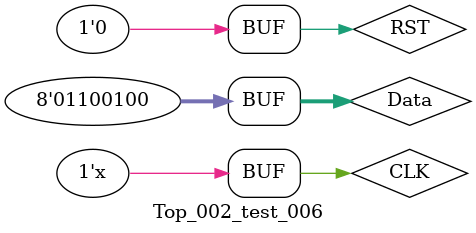
<source format=v>
`timescale 1ns / 1ps


module Top_002_test_006;

	// Inputs
	reg CLK;
	reg RST;
	reg [7:0] Data;

	// Outputs
	wire [7:0] Dis;
	wire [3:0] Cs;
	wire [7:0] LED;

	// Instantiate the Unit Under Test (UUT)
	Top_002 uut (
		.CLK(CLK), 
		.RST(RST), 
		.Data(Data), 
		.Dis(Dis), 
		.Cs(Cs), 
		.LED(LED)
	);

	initial begin
		// Initialize Inputs
		CLK = 0;
		RST = 0;
		Data = 8'h64;

		// Wait 100 ns for global reset to finish
		#100;
        
		// Add stimulus here

	end
     
	always #5 CLK = !CLK;
	
endmodule


</source>
